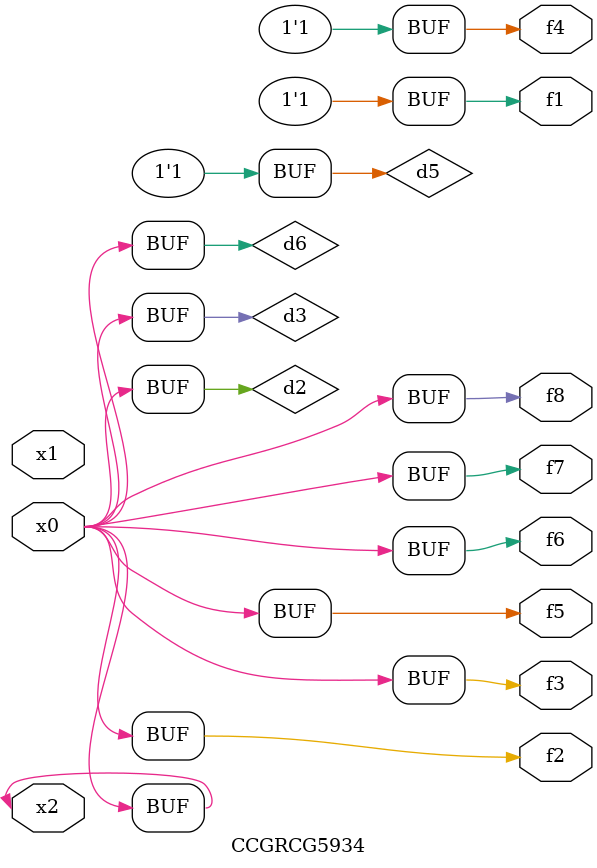
<source format=v>
module CCGRCG5934(
	input x0, x1, x2,
	output f1, f2, f3, f4, f5, f6, f7, f8
);

	wire d1, d2, d3, d4, d5, d6;

	xnor (d1, x2);
	buf (d2, x0, x2);
	and (d3, x0);
	xnor (d4, x1, x2);
	nand (d5, d1, d3);
	buf (d6, d2, d3);
	assign f1 = d5;
	assign f2 = d6;
	assign f3 = d6;
	assign f4 = d5;
	assign f5 = d6;
	assign f6 = d6;
	assign f7 = d6;
	assign f8 = d6;
endmodule

</source>
